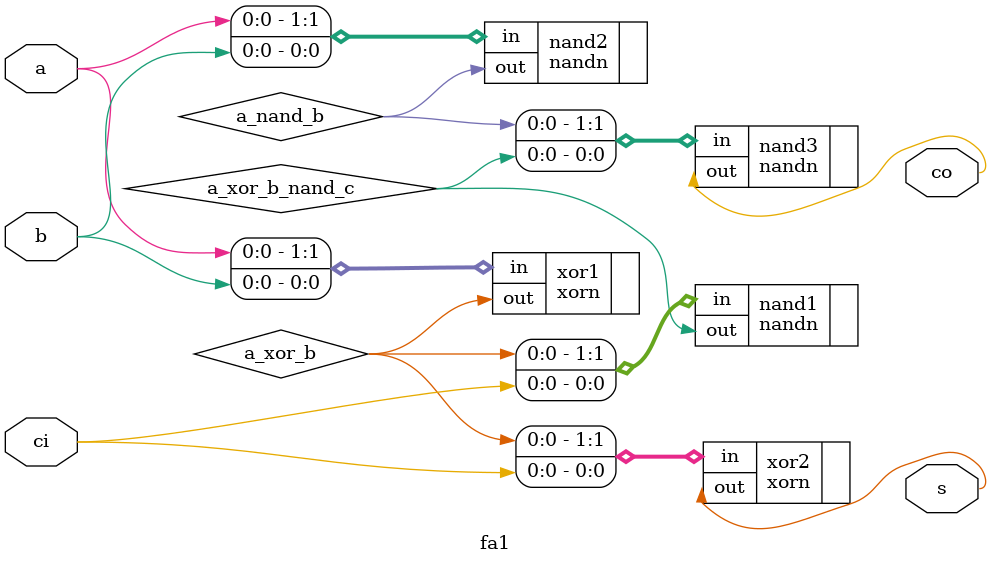
<source format=v>

module fa1
(
    input a,
    input b,
    input ci,
    output s,
    output co
);

wire a_nand_b;
wire a_xor_b;
wire a_xor_b_nand_c;

xorn #(2) xor1
(
    .in({a, b}),
    .out(a_xor_b)
);

xorn #(2) xor2
(
    .in({a_xor_b, ci}),
    .out(s)
);

nandn #(2) nand1
(
    .in({a_xor_b, ci}),
    .out(a_xor_b_nand_c)
);

nandn #(2) nand2
(
    .in({a, b}),
    .out(a_nand_b)
);

nandn #(2) nand3
(
    .in({a_nand_b, a_xor_b_nand_c}),
    .out(co)
);


endmodule
</source>
